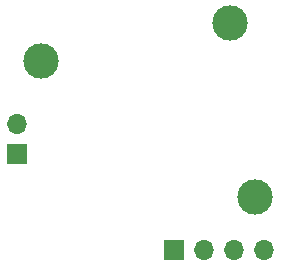
<source format=gbr>
%TF.GenerationSoftware,KiCad,Pcbnew,9.0.0*%
%TF.CreationDate,2025-03-19T16:08:28+01:00*%
%TF.ProjectId,PCB_rigide,5043425f-7269-4676-9964-652e6b696361,rev?*%
%TF.SameCoordinates,Original*%
%TF.FileFunction,Soldermask,Bot*%
%TF.FilePolarity,Negative*%
%FSLAX46Y46*%
G04 Gerber Fmt 4.6, Leading zero omitted, Abs format (unit mm)*
G04 Created by KiCad (PCBNEW 9.0.0) date 2025-03-19 16:08:28*
%MOMM*%
%LPD*%
G01*
G04 APERTURE LIST*
%ADD10C,3.000000*%
%ADD11R,1.700000X1.700000*%
%ADD12O,1.700000X1.700000*%
G04 APERTURE END LIST*
D10*
%TO.C,J3*%
X83693000Y-35433000D03*
%TD*%
D11*
%TO.C,J1*%
X81661000Y-43307000D03*
D12*
X81661000Y-40767000D03*
%TD*%
D10*
%TO.C,J5*%
X99695000Y-32258000D03*
%TD*%
%TO.C,J4*%
X101854000Y-46990000D03*
%TD*%
D11*
%TO.C,J2*%
X94996000Y-51409600D03*
D12*
X97536000Y-51409600D03*
X100076000Y-51409600D03*
X102616000Y-51409600D03*
%TD*%
M02*

</source>
